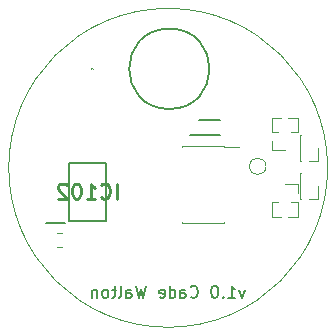
<source format=gbr>
%TF.GenerationSoftware,KiCad,Pcbnew,(5.1.6)-1*%
%TF.CreationDate,2023-04-03T22:04:13-07:00*%
%TF.ProjectId,Watch,57617463-682e-46b6-9963-61645f706362,rev?*%
%TF.SameCoordinates,Original*%
%TF.FileFunction,Legend,Bot*%
%TF.FilePolarity,Positive*%
%FSLAX46Y46*%
G04 Gerber Fmt 4.6, Leading zero omitted, Abs format (unit mm)*
G04 Created by KiCad (PCBNEW (5.1.6)-1) date 2023-04-03 22:04:13*
%MOMM*%
%LPD*%
G01*
G04 APERTURE LIST*
%ADD10C,0.150000*%
%ADD11C,0.120000*%
%ADD12C,0.100000*%
%ADD13C,0.200000*%
%ADD14C,0.254000*%
G04 APERTURE END LIST*
D10*
X152296000Y-98591714D02*
X152057904Y-99258380D01*
X151819809Y-98591714D01*
X150915047Y-99258380D02*
X151486476Y-99258380D01*
X151200761Y-99258380D02*
X151200761Y-98258380D01*
X151296000Y-98401238D01*
X151391238Y-98496476D01*
X151486476Y-98544095D01*
X150486476Y-99163142D02*
X150438857Y-99210761D01*
X150486476Y-99258380D01*
X150534095Y-99210761D01*
X150486476Y-99163142D01*
X150486476Y-99258380D01*
X149819809Y-98258380D02*
X149724571Y-98258380D01*
X149629333Y-98306000D01*
X149581714Y-98353619D01*
X149534095Y-98448857D01*
X149486476Y-98639333D01*
X149486476Y-98877428D01*
X149534095Y-99067904D01*
X149581714Y-99163142D01*
X149629333Y-99210761D01*
X149724571Y-99258380D01*
X149819809Y-99258380D01*
X149915047Y-99210761D01*
X149962666Y-99163142D01*
X150010285Y-99067904D01*
X150057904Y-98877428D01*
X150057904Y-98639333D01*
X150010285Y-98448857D01*
X149962666Y-98353619D01*
X149915047Y-98306000D01*
X149819809Y-98258380D01*
X147724571Y-99163142D02*
X147772190Y-99210761D01*
X147915047Y-99258380D01*
X148010285Y-99258380D01*
X148153142Y-99210761D01*
X148248380Y-99115523D01*
X148296000Y-99020285D01*
X148343619Y-98829809D01*
X148343619Y-98686952D01*
X148296000Y-98496476D01*
X148248380Y-98401238D01*
X148153142Y-98306000D01*
X148010285Y-98258380D01*
X147915047Y-98258380D01*
X147772190Y-98306000D01*
X147724571Y-98353619D01*
X146867428Y-99258380D02*
X146867428Y-98734571D01*
X146915047Y-98639333D01*
X147010285Y-98591714D01*
X147200761Y-98591714D01*
X147296000Y-98639333D01*
X146867428Y-99210761D02*
X146962666Y-99258380D01*
X147200761Y-99258380D01*
X147296000Y-99210761D01*
X147343619Y-99115523D01*
X147343619Y-99020285D01*
X147296000Y-98925047D01*
X147200761Y-98877428D01*
X146962666Y-98877428D01*
X146867428Y-98829809D01*
X145962666Y-99258380D02*
X145962666Y-98258380D01*
X145962666Y-99210761D02*
X146057904Y-99258380D01*
X146248380Y-99258380D01*
X146343619Y-99210761D01*
X146391238Y-99163142D01*
X146438857Y-99067904D01*
X146438857Y-98782190D01*
X146391238Y-98686952D01*
X146343619Y-98639333D01*
X146248380Y-98591714D01*
X146057904Y-98591714D01*
X145962666Y-98639333D01*
X145105523Y-99210761D02*
X145200761Y-99258380D01*
X145391238Y-99258380D01*
X145486476Y-99210761D01*
X145534095Y-99115523D01*
X145534095Y-98734571D01*
X145486476Y-98639333D01*
X145391238Y-98591714D01*
X145200761Y-98591714D01*
X145105523Y-98639333D01*
X145057904Y-98734571D01*
X145057904Y-98829809D01*
X145534095Y-98925047D01*
X143962666Y-98258380D02*
X143724571Y-99258380D01*
X143534095Y-98544095D01*
X143343619Y-99258380D01*
X143105523Y-98258380D01*
X142296000Y-99258380D02*
X142296000Y-98734571D01*
X142343619Y-98639333D01*
X142438857Y-98591714D01*
X142629333Y-98591714D01*
X142724571Y-98639333D01*
X142296000Y-99210761D02*
X142391238Y-99258380D01*
X142629333Y-99258380D01*
X142724571Y-99210761D01*
X142772190Y-99115523D01*
X142772190Y-99020285D01*
X142724571Y-98925047D01*
X142629333Y-98877428D01*
X142391238Y-98877428D01*
X142296000Y-98829809D01*
X141676952Y-99258380D02*
X141772190Y-99210761D01*
X141819809Y-99115523D01*
X141819809Y-98258380D01*
X141438857Y-98591714D02*
X141057904Y-98591714D01*
X141296000Y-98258380D02*
X141296000Y-99115523D01*
X141248380Y-99210761D01*
X141153142Y-99258380D01*
X141057904Y-99258380D01*
X140581714Y-99258380D02*
X140676952Y-99210761D01*
X140724571Y-99163142D01*
X140772190Y-99067904D01*
X140772190Y-98782190D01*
X140724571Y-98686952D01*
X140676952Y-98639333D01*
X140581714Y-98591714D01*
X140438857Y-98591714D01*
X140343619Y-98639333D01*
X140296000Y-98686952D01*
X140248380Y-98782190D01*
X140248380Y-99067904D01*
X140296000Y-99163142D01*
X140343619Y-99210761D01*
X140438857Y-99258380D01*
X140581714Y-99258380D01*
X139819809Y-98591714D02*
X139819809Y-99258380D01*
X139819809Y-98686952D02*
X139772190Y-98639333D01*
X139676952Y-98591714D01*
X139534095Y-98591714D01*
X139438857Y-98639333D01*
X139391238Y-98734571D01*
X139391238Y-99258380D01*
D11*
X159330000Y-88265000D02*
G75*
G03*
X159330000Y-88265000I-13500000J0D01*
G01*
D12*
%TO.C,C106*%
X139328000Y-79883000D02*
X139328000Y-79883000D01*
X139428000Y-79883000D02*
X139428000Y-79883000D01*
D13*
X145928000Y-83283000D02*
X145928000Y-83283000D01*
X145928000Y-76483000D02*
X145928000Y-76483000D01*
D12*
X139428000Y-79883000D02*
G75*
G03*
X139328000Y-79883000I-50000J0D01*
G01*
X139328000Y-79883000D02*
G75*
G03*
X139428000Y-79883000I50000J0D01*
G01*
D13*
X145928000Y-76483000D02*
G75*
G03*
X145928000Y-83283000I0J-3400000D01*
G01*
X145928000Y-83283000D02*
G75*
G03*
X145928000Y-76483000I0J3400000D01*
G01*
D12*
%TO.C,Y101*%
X136852000Y-94961000D02*
X136452000Y-94961000D01*
X136852000Y-93761000D02*
X136452000Y-93761000D01*
D13*
%TO.C,IC102*%
X135507000Y-92902000D02*
X137057000Y-92902000D01*
X137407000Y-87847000D02*
X137407000Y-92747000D01*
X140607000Y-87847000D02*
X137407000Y-87847000D01*
X140607000Y-92747000D02*
X140607000Y-87847000D01*
X137407000Y-92747000D02*
X140607000Y-92747000D01*
%TO.C,D101*%
X148477000Y-84186000D02*
X150227000Y-84186000D01*
X147690000Y-85486000D02*
X150227000Y-85486000D01*
D11*
%TO.C,TP103*%
X154116000Y-88138000D02*
G75*
G03*
X154116000Y-88138000I-700000J0D01*
G01*
%TO.C,J103*%
X156974000Y-87724000D02*
X156974000Y-85504000D01*
X156974000Y-87724000D02*
X157039000Y-87724000D01*
X156974000Y-85504000D02*
X157039000Y-85504000D01*
X156974000Y-87724000D02*
X156974000Y-87177471D01*
X156974000Y-86050529D02*
X156974000Y-85504000D01*
X157734000Y-87724000D02*
X158494000Y-87724000D01*
X158494000Y-87724000D02*
X158494000Y-86614000D01*
%TO.C,J102*%
X156974000Y-90899000D02*
X156974000Y-88679000D01*
X156974000Y-90899000D02*
X157039000Y-90899000D01*
X156974000Y-88679000D02*
X157039000Y-88679000D01*
X156974000Y-90899000D02*
X156974000Y-90352471D01*
X156974000Y-89225529D02*
X156974000Y-88679000D01*
X157734000Y-90899000D02*
X158494000Y-90899000D01*
X158494000Y-90899000D02*
X158494000Y-89789000D01*
%TO.C,J105*%
X154592000Y-84014000D02*
X155394470Y-84014000D01*
X156009530Y-84014000D02*
X156812000Y-84014000D01*
X154592000Y-85219000D02*
X154592000Y-84014000D01*
X156812000Y-85219000D02*
X156812000Y-84014000D01*
X154592000Y-85219000D02*
X155138529Y-85219000D01*
X156265471Y-85219000D02*
X156812000Y-85219000D01*
X154592000Y-85979000D02*
X154592000Y-86739000D01*
X154592000Y-86739000D02*
X155702000Y-86739000D01*
%TO.C,J101*%
X156812000Y-92389000D02*
X156009530Y-92389000D01*
X155394470Y-92389000D02*
X154592000Y-92389000D01*
X156812000Y-91184000D02*
X156812000Y-92389000D01*
X154592000Y-91184000D02*
X154592000Y-92389000D01*
X156812000Y-91184000D02*
X156265471Y-91184000D01*
X155138529Y-91184000D02*
X154592000Y-91184000D01*
X156812000Y-90424000D02*
X156812000Y-89664000D01*
X156812000Y-89664000D02*
X155702000Y-89664000D01*
%TO.C,J104*%
X150527000Y-86427000D02*
X146997000Y-86427000D01*
X150527000Y-92897000D02*
X146997000Y-92897000D01*
X151852000Y-86492000D02*
X150527000Y-86492000D01*
X150527000Y-86427000D02*
X150527000Y-86492000D01*
X146997000Y-86427000D02*
X146997000Y-86492000D01*
X150527000Y-92832000D02*
X150527000Y-92897000D01*
X146997000Y-92832000D02*
X146997000Y-92897000D01*
%TO.C,IC102*%
D14*
X141456285Y-90871523D02*
X141456285Y-89601523D01*
X140125809Y-90750571D02*
X140186285Y-90811047D01*
X140367714Y-90871523D01*
X140488666Y-90871523D01*
X140670095Y-90811047D01*
X140791047Y-90690095D01*
X140851523Y-90569142D01*
X140912000Y-90327238D01*
X140912000Y-90145809D01*
X140851523Y-89903904D01*
X140791047Y-89782952D01*
X140670095Y-89662000D01*
X140488666Y-89601523D01*
X140367714Y-89601523D01*
X140186285Y-89662000D01*
X140125809Y-89722476D01*
X138916285Y-90871523D02*
X139642000Y-90871523D01*
X139279142Y-90871523D02*
X139279142Y-89601523D01*
X139400095Y-89782952D01*
X139521047Y-89903904D01*
X139642000Y-89964380D01*
X138130095Y-89601523D02*
X138009142Y-89601523D01*
X137888190Y-89662000D01*
X137827714Y-89722476D01*
X137767238Y-89843428D01*
X137706761Y-90085333D01*
X137706761Y-90387714D01*
X137767238Y-90629619D01*
X137827714Y-90750571D01*
X137888190Y-90811047D01*
X138009142Y-90871523D01*
X138130095Y-90871523D01*
X138251047Y-90811047D01*
X138311523Y-90750571D01*
X138372000Y-90629619D01*
X138432476Y-90387714D01*
X138432476Y-90085333D01*
X138372000Y-89843428D01*
X138311523Y-89722476D01*
X138251047Y-89662000D01*
X138130095Y-89601523D01*
X137222952Y-89722476D02*
X137162476Y-89662000D01*
X137041523Y-89601523D01*
X136739142Y-89601523D01*
X136618190Y-89662000D01*
X136557714Y-89722476D01*
X136497238Y-89843428D01*
X136497238Y-89964380D01*
X136557714Y-90145809D01*
X137283428Y-90871523D01*
X136497238Y-90871523D01*
%TD*%
M02*

</source>
